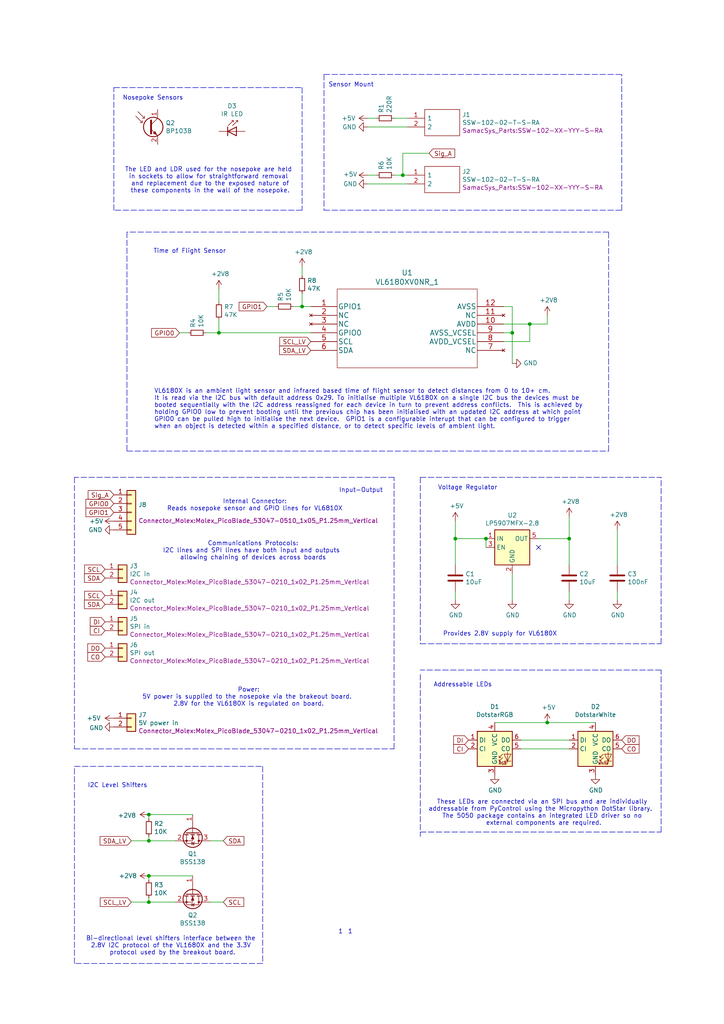
<source format=kicad_sch>
(kicad_sch (version 20231120) (generator "eeschema") (generator_version "8.0")
  (paper "A4" portrait)
  (title_block (title "Nosepoke board") (date "2024-06-29") (company "University of Bristol") (comment 1 "Design by: Daniel Titheradge") (comment 3 "with addressable LEDs, TOF sensing and ambient light sensing") (comment 4 "A PyControl compatible Nosepoke board"))
  (lib_symbols
    (symbol "Connector_Generic:Conn_01x02" (pin_names (offset 1.016) hide)
      (property "Reference" "J" (at 0 2.54 0))
      (property "Value" "Conn_01x02" (at 0 -5.08 0))
      (symbol "Conn_01x02_1_1"
        (rectangle (start -1.27 -2.413) (end 0 -2.667) (stroke (width 0.1524)))
        (rectangle (start -1.27 0.127) (end 0 -0.127) (stroke (width 0.1524)))
        (rectangle (start -1.27 1.27) (end 1.27 -3.81) (stroke (width 0.254)) (fill (type background)))
        (pin passive line (at -5.08 0 0) (length 3.81) (name "Pin_1") (number "1"))
        (pin passive line (at -5.08 -2.54 0) (length 3.81) (name "Pin_2") (number "2"))
      )
    )
    (symbol "Connector_Generic:Conn_01x05" (pin_names (offset 1.016) hide)
      (property "Reference" "J" (at 0 7.62 0))
      (property "Value" "Conn_01x05" (at 0 -7.62 0))
      (symbol "Conn_01x05_1_1"
        (rectangle (start -1.27 -4.953) (end 0 -5.207) (stroke (width 0.1524)))
        (rectangle (start -1.27 -2.413) (end 0 -2.667) (stroke (width 0.1524)))
        (rectangle (start -1.27 0.127) (end 0 -0.127) (stroke (width 0.1524)))
        (rectangle (start -1.27 2.667) (end 0 2.413) (stroke (width 0.1524)))
        (rectangle (start -1.27 5.207) (end 0 4.953) (stroke (width 0.1524)))
        (rectangle (start -1.27 6.35) (end 1.27 -6.35) (stroke (width 0.254)) (fill (type background)))
        (pin passive line (at -5.08 5.08 0) (length 3.81) (name "Pin_1") (number "1"))
        (pin passive line (at -5.08 2.54 0) (length 3.81) (name "Pin_2") (number "2"))
        (pin passive line (at -5.08 0 0) (length 3.81) (name "Pin_3") (number "3"))
        (pin passive line (at -5.08 -2.54 0) (length 3.81) (name "Pin_4") (number "4"))
        (pin passive line (at -5.08 -5.08 0) (length 3.81) (name "Pin_5") (number "5"))
      )
    )
    (symbol "Device:C" (pin_numbers hide) (pin_names (offset 0.254))
      (property "Reference" "C" (at 0.635 2.54 0))
      (property "Value" "C" (at 0.635 -2.54 0))
      (symbol "C_0_1"
        (polyline (pts (xy -2.032 -0.762) (xy 2.032 -0.762)) (stroke (width 0.508)))
        (polyline (pts (xy -2.032 0.762) (xy 2.032 0.762)) (stroke (width 0.508)))
      )
      (symbol "C_1_1"
        (pin passive line (at 0 3.81 270) (length 2.794) (name "~") (number "1"))
        (pin passive line (at 0 -3.81 90) (length 2.794) (name "~") (number "2"))
      )
    )
    (symbol "Device:R_Small" (pin_numbers hide) (pin_names (offset 0.254) hide)
      (property "Reference" "R" (at 0.762 0.508 0))
      (property "Value" "R_Small" (at 0.762 -1.016 0))
      (symbol "R_Small_0_1"
        (rectangle (start -0.762 1.778) (end 0.762 -1.778) (stroke (width 0.2032)))
      )
      (symbol "R_Small_1_1"
        (pin passive line (at 0 2.54 270) (length 0.762) (name "~") (number "1"))
        (pin passive line (at 0 -2.54 90) (length 0.762) (name "~") (number "2"))
      )
    )
    (symbol "LED:SFH4356P" (pin_numbers hide) (pin_names (offset 1.016) hide)
      (property "Reference" "D" (at 0.508 1.778 0))
      (property "Value" "SFH4356P" (at -1.016 -2.794 0))
      (symbol "SFH4356P_0_1"
        (polyline (pts (xy -2.54 1.27) (xy -2.54 -1.27)) (stroke (width 0.254)))
        (polyline (pts (xy 0 0) (xy -2.54 0)))
        (polyline (pts (xy 0.381 3.175) (xy -0.127 3.175)))
        (polyline (pts (xy -1.143 1.651) (xy 0.381 3.175) (xy 0.381 2.667)))
        (polyline (pts (xy 0 1.27) (xy -2.54 0) (xy 0 -1.27) (xy 0 1.27)) (stroke (width 0.254)))
        (polyline (pts (xy -2.413 1.651) (xy -0.889 3.175) (xy -0.889 2.667) (xy -0.889 3.175) (xy -1.397 3.175)))
      )
      (symbol "SFH4356P_1_1"
        (pin passive line (at -5.08 0 0) (length 2.54) (name "K") (number "1"))
        (pin passive line (at 2.54 0 180) (length 2.54) (name "A") (number "2"))
      )
    )
    (symbol "NosePokeV1.0-rescue:+2V8-power" (power) (pin_names (offset 0))
      (property "Value" "power_+2V8" (at 0 3.556 0))
      (symbol "+2V8-power_0_1"
        (polyline (pts (xy -0.762 1.27) (xy 0 2.54)))
        (polyline (pts (xy 0 0) (xy 0 2.54)))
        (polyline (pts (xy 0 2.54) (xy 0.762 1.27)))
      )
      (symbol "+2V8-power_1_1"
        (pin power_in line (at 0 0 90) (length 0) hide (name "+2V8") (number "1"))
      )
    )
    (symbol "NosePokeV1.0-rescue:+5V-power" (power) (pin_names (offset 0))
      (property "Value" "power_+5V" (at 0 3.556 0))
      (symbol "+5V-power_0_1"
        (polyline (pts (xy -0.762 1.27) (xy 0 2.54)))
        (polyline (pts (xy 0 0) (xy 0 2.54)))
        (polyline (pts (xy 0 2.54) (xy 0.762 1.27)))
      )
      (symbol "+5V-power_1_1"
        (pin power_in line (at 0 0 90) (length 0) hide (name "+5V") (number "1"))
      )
    )
    (symbol "NosePokeV1.0-rescue:DotstarRGB-RatPub"
      (property "Reference" "D" (at 5.08 5.715 0))
      (property "Value" "RatPub_DotstarRGB" (at 1.27 -5.715 0))
      (symbol "DotstarRGB-RatPub_0_0"
        (text "RGB" (at 2.286 -4.191 0) (effects (font (size 0.762 0.762))))
      )
      (symbol "DotstarRGB-RatPub_0_1"
        (polyline (pts (xy 1.27 -3.556) (xy 1.778 -3.556)))
        (polyline (pts (xy 1.27 -2.54) (xy 1.778 -2.54)))
        (polyline (pts (xy 4.699 -3.556) (xy 2.667 -3.556)))
        (polyline (pts (xy 2.286 -2.54) (xy 1.27 -3.556) (xy 1.27 -3.048)))
        (polyline (pts (xy 2.286 -1.524) (xy 1.27 -2.54) (xy 1.27 -2.032)))
        (polyline (pts (xy 3.683 -1.016) (xy 3.683 -3.556) (xy 3.683 -4.064)))
        (polyline (pts (xy 4.699 -1.524) (xy 2.667 -1.524) (xy 3.683 -3.556) (xy 4.699 -1.524)))
        (rectangle (start 5.08 5.08) (end -5.08 -5.08) (stroke (width 0.254)) (fill (type background)))
      )
      (symbol "DotstarRGB-RatPub_1_1"
        (pin input line (at -7.62 2.54 0) (length 2.54) (name "DI") (number "1"))
        (pin input line (at -7.62 0 0) (length 2.54) (name "CI") (number "2"))
        (pin power_in line (at 0 -7.62 90) (length 2.54) (name "GND") (number "3"))
        (pin power_in line (at 0 7.62 270) (length 2.54) (name "VCC") (number "4"))
        (pin output line (at 7.62 0 180) (length 2.54) (name "CO") (number "5"))
        (pin output line (at 7.62 2.54 180) (length 2.54) (name "DO") (number "6"))
      )
    )
    (symbol "NosePokeV1.0-rescue:DotstarWhite-RatPub"
      (property "Reference" "D" (at 5.08 5.715 0))
      (property "Value" "RatPub_DotstarWhite" (at 1.27 -5.715 0))
      (symbol "DotstarWhite-RatPub_0_0"
        (text "White" (at 2.286 -4.191 0) (effects (font (size 0.762 0.762))))
      )
      (symbol "DotstarWhite-RatPub_0_1"
        (polyline (pts (xy 1.27 -3.556) (xy 1.778 -3.556)))
        (polyline (pts (xy 1.27 -2.54) (xy 1.778 -2.54)))
        (polyline (pts (xy 4.699 -3.556) (xy 2.667 -3.556)))
        (polyline (pts (xy 2.286 -2.54) (xy 1.27 -3.556) (xy 1.27 -3.048)))
        (polyline (pts (xy 2.286 -1.524) (xy 1.27 -2.54) (xy 1.27 -2.032)))
        (polyline (pts (xy 3.683 -1.016) (xy 3.683 -3.556) (xy 3.683 -4.064)))
        (polyline (pts (xy 4.699 -1.524) (xy 2.667 -1.524) (xy 3.683 -3.556) (xy 4.699 -1.524)))
        (rectangle (start 5.08 5.08) (end -5.08 -5.08) (stroke (width 0.254)) (fill (type background)))
      )
      (symbol "DotstarWhite-RatPub_1_1"
        (pin input line (at -7.62 2.54 0) (length 2.54) (name "DI") (number "1"))
        (pin input line (at -7.62 0 0) (length 2.54) (name "CI") (number "2"))
        (pin power_in line (at 0 -7.62 90) (length 2.54) (name "GND") (number "3"))
        (pin power_in line (at 0 7.62 270) (length 2.54) (name "VCC") (number "4"))
        (pin output line (at 7.62 0 180) (length 2.54) (name "CO") (number "5"))
        (pin output line (at 7.62 2.54 180) (length 2.54) (name "DO") (number "6"))
      )
    )
    (symbol "NosePokeV1.0-rescue:GND-power" (power) (pin_names (offset 0))
      (property "Value" "power_GND" (at 0 -3.81 0))
      (symbol "GND-power_0_1"
        (polyline (pts (xy 0 0) (xy 0 -1.27) (xy 1.27 -1.27) (xy 0 -2.54) (xy -1.27 -1.27) (xy 0 -1.27)))
      )
      (symbol "GND-power_1_1"
        (pin power_in line (at 0 0 270) (length 0) hide (name "GND") (number "1"))
      )
    )
    (symbol "NosePokeV1.0-rescue:SSW-102-02-T-S-RA-SamacSys_Parts" (pin_names (offset 0.762))
      (property "Reference" "J" (at 16.51 7.62 0))
      (property "Value" "SamacSys_Parts_SSW-102-02-T-S-RA" (at 16.51 5.08 0))
      (symbol "SSW-102-02-T-S-RA-SamacSys_Parts_0_0"
        (pin passive line (at 0 0 0) (length 5.08) (name "1") (number "1"))
        (pin passive line (at 0 -2.54 0) (length 5.08) (name "2") (number "2"))
      )
      (symbol "SSW-102-02-T-S-RA-SamacSys_Parts_0_1"
        (polyline (pts (xy 5.08 2.54) (xy 15.24 2.54) (xy 15.24 -5.08) (xy 5.08 -5.08) (xy 5.08 2.54)) (stroke (width 0.1524)))
      )
    )
    (symbol "NosePokeV1.0-rescue:VL6180XV0NR_1-2021-03-08_17-12-25" (pin_names (offset 0.254))
      (property "Reference" "U" (at 27.94 10.16 0))
      (property "Value" "2021-03-08_17-12-25_VL6180XV0NR_1" (at 27.94 7.62 0))
      (property "Footprint" "RatPub:VL6180XV0NR&slash_1" (at 27.94 6.096 0))
      (symbol "VL6180XV0NR_1-2021-03-08_17-12-25_1_1"
        (polyline (pts (xy 7.62 -17.78) (xy 48.26 -17.78)) (stroke (width 0.127)))
        (polyline (pts (xy 7.62 5.08) (xy 7.62 -17.78)) (stroke (width 0.127)))
        (polyline (pts (xy 48.26 -17.78) (xy 48.26 5.08)) (stroke (width 0.127)))
        (polyline (pts (xy 48.26 5.08) (xy 7.62 5.08)) (stroke (width 0.127)))
        (pin bidirectional line (at 0 0 0) (length 7.62) (name "GPIO1") (number "1"))
        (pin power_in line (at 55.88 -5.08 180) (length 7.62) (name "AVDD") (number "10"))
        (pin no_connect line (at 55.88 -2.54 180) (length 7.62) (name "NC") (number "11"))
        (pin power_in line (at 55.88 0 180) (length 7.62) (name "AVSS") (number "12"))
        (pin no_connect line (at 0 -2.54 0) (length 7.62) (name "NC") (number "2"))
        (pin no_connect line (at 0 -5.08 0) (length 7.62) (name "NC") (number "3"))
        (pin bidirectional line (at 0 -7.62 0) (length 7.62) (name "GPIO0") (number "4"))
        (pin input line (at 0 -10.16 0) (length 7.62) (name "SCL") (number "5"))
        (pin bidirectional line (at 0 -12.7 0) (length 7.62) (name "SDA") (number "6"))
        (pin no_connect line (at 55.88 -12.7 180) (length 7.62) (name "NC") (number "7"))
        (pin power_in line (at 55.88 -10.16 180) (length 7.62) (name "AVDD_VCSEL") (number "8"))
        (pin power_in line (at 55.88 -7.62 180) (length 7.62) (name "AVSS_VCSEL") (number "9"))
      )
    )
    (symbol "Regulator_Linear:LP5907MFX-2.8"
      (property "Reference" "U" (at -3.81 6.35 0))
      (property "Value" "LP5907MFX-2.8" (at 6.35 6.35 0))
      (symbol "LP5907MFX-2.8_0_1"
        (rectangle (start -5.08 -5.08) (end 5.08 5.08) (stroke (width 0.254)) (fill (type background)))
        (pin power_in line (at -7.62 2.54 0) (length 2.54) (name "IN") (number "1"))
        (pin power_in line (at 0 -7.62 90) (length 2.54) (name "GND") (number "2"))
        (pin input line (at -7.62 0 0) (length 2.54) (name "EN") (number "3"))
        (pin no_connect line (at 5.08 0 180) (length 2.54) hide (name "NC") (number "4"))
        (pin power_out line (at 7.62 2.54 180) (length 2.54) (name "OUT") (number "5"))
      )
    )
    (symbol "Sensor_Optical:BP103B" (pin_names (offset 0) hide)
      (property "Reference" "Q" (at 5.08 1.27 0))
      (property "Value" "BP103B" (at 5.08 -1.27 0))
      (symbol "BP103B_0_1"
        (polyline (pts (xy -1.905 1.27) (xy -2.54 1.27)))
        (polyline (pts (xy -1.27 2.54) (xy -1.905 2.54)))
        (polyline (pts (xy 0.635 0.635) (xy 2.54 2.54)))
        (polyline (pts (xy -3.81 3.175) (xy -1.905 1.27) (xy -1.905 1.905)))
        (polyline (pts (xy -3.175 4.445) (xy -1.27 2.54) (xy -1.27 3.175)))
        (polyline (pts (xy 0.635 -0.635) (xy 2.54 -2.54) (xy 2.54 -2.54)))
        (polyline (pts (xy 0.635 1.905) (xy 0.635 -1.905) (xy 0.635 -1.905)) (stroke (width 0.508)))
        (polyline (pts (xy 1.27 -1.778) (xy 1.778 -1.27) (xy 2.286 -2.286) (xy 1.27 -1.778) (xy 1.27 -1.778)) (fill (type outline)))
        (circle (center 1.27 0) (radius 2.8194) (stroke (width 0.254)))
      )
      (symbol "BP103B_1_1"
        (pin passive line (at 2.54 5.08 270) (length 2.54) (name "C") (number "1"))
        (pin passive line (at 2.54 -5.08 90) (length 2.54) (name "E") (number "2"))
      )
    )
    (symbol "Transistor_FET:BSS138" (pin_names hide)
      (property "Reference" "Q" (at 5.08 1.905 0))
      (property "Value" "BSS138" (at 5.08 0 0))
      (symbol "BSS138_0_1"
        (polyline (pts (xy 0.254 0) (xy -2.54 0)))
        (polyline (pts (xy 0.254 1.905) (xy 0.254 -1.905)) (stroke (width 0.254)))
        (polyline (pts (xy 0.762 -1.27) (xy 0.762 -2.286)) (stroke (width 0.254)))
        (polyline (pts (xy 0.762 0.508) (xy 0.762 -0.508)) (stroke (width 0.254)))
        (polyline (pts (xy 0.762 2.286) (xy 0.762 1.27)) (stroke (width 0.254)))
        (polyline (pts (xy 2.54 2.54) (xy 2.54 1.778)))
        (polyline (pts (xy 2.54 -2.54) (xy 2.54 0) (xy 0.762 0)))
        (polyline (pts (xy 0.762 -1.778) (xy 3.302 -1.778) (xy 3.302 1.778) (xy 0.762 1.778)))
        (polyline (pts (xy 1.016 0) (xy 2.032 0.381) (xy 2.032 -0.381) (xy 1.016 0)) (fill (type outline)))
        (polyline (pts (xy 2.794 0.508) (xy 2.921 0.381) (xy 3.683 0.381) (xy 3.81 0.254)))
        (polyline (pts (xy 3.302 0.381) (xy 2.921 -0.254) (xy 3.683 -0.254) (xy 3.302 0.381)))
        (circle (center 1.651 0) (radius 2.794) (stroke (width 0.254)))
        (circle (center 2.54 -1.778) (radius 0.254) (fill (type outline)))
        (circle (center 2.54 1.778) (radius 0.254) (fill (type outline)))
      )
      (symbol "BSS138_1_1"
        (pin input line (at -5.08 0 0) (length 2.54) (name "G") (number "1"))
        (pin passive line (at 2.54 -5.08 90) (length 2.54) (name "S") (number "2"))
        (pin passive line (at 2.54 5.08 270) (length 2.54) (name "D") (number "3"))
      )
    )
  )
  (junction (at 43.18 243.84))
  (junction (at 132.08 156.21))
  (junction (at 63.5 96.52))
  (junction (at 158.75 209.55))
  (junction (at 116.84 50.8))
  (junction (at 43.18 236.22))
  (junction (at 87.63 88.9))
  (junction (at 153.67 93.98))
  (junction (at 165.1 156.21))
  (junction (at 148.59 96.52))
  (junction (at 43.18 261.62))
  (junction (at 43.18 254))
  (junction (at 140.97 156.21))
  (no_connect (at 156.21 158.75))
  (wire (pts (xy 158.75 209.55) (xy 143.51 209.55)))
  (wire (pts (xy 151.13 217.17) (xy 165.1 217.17)))
  (wire (pts (xy 63.5 96.52) (xy 90.17 96.52)))
  (wire (pts (xy 153.67 99.06) (xy 146.05 99.06)))
  (polyline (pts (xy 93.98 21.59) (xy 180.34 21.59)) (stroke (width 0) (type dash)))
  (polyline (pts (xy 191.77 241.3) (xy 191.77 194.31)) (stroke (width 0) (type dash)))
  (wire (pts (xy 153.67 93.98) (xy 153.67 99.06)))
  (wire (pts (xy 118.11 53.34) (xy 106.68 53.34)))
  (wire (pts (xy 148.59 88.9) (xy 146.05 88.9)))
  (polyline (pts (xy 191.77 194.31) (xy 121.92 194.31)) (stroke (width 0) (type dash)))
  (polyline (pts (xy 76.2 222.25) (xy 76.2 279.4)) (stroke (width 0) (type dash)))
  (wire (pts (xy 77.47 88.9) (xy 80.01 88.9)))
  (polyline (pts (xy 76.2 279.4) (xy 21.59 279.4)) (stroke (width 0) (type dash)))
  (wire (pts (xy 38.1 261.62) (xy 43.18 261.62)))
  (polyline (pts (xy 21.59 217.17) (xy 114.3 217.17)) (stroke (width 0) (type dash)))
  (wire (pts (xy 158.75 209.55) (xy 172.72 209.55)))
  (wire (pts (xy 165.1 156.21) (xy 165.1 149.86)))
  (wire (pts (xy 132.08 156.21) (xy 140.97 156.21)))
  (wire (pts (xy 114.3 50.8) (xy 116.84 50.8)))
  (polyline (pts (xy 93.98 60.96) (xy 180.34 60.96)) (stroke (width 0) (type dash)))
  (wire (pts (xy 116.84 50.8) (xy 118.11 50.8)))
  (wire (pts (xy 179.07 153.67) (xy 179.07 163.83)))
  (wire (pts (xy 116.84 50.8) (xy 116.84 44.45)))
  (polyline (pts (xy 121.92 195.58) (xy 121.92 242.57)) (stroke (width 0) (type dash)))
  (polyline (pts (xy 87.63 60.96) (xy 33.02 60.96)) (stroke (width 0) (type dash)))
  (polyline (pts (xy 191.77 186.69) (xy 191.77 138.43)) (stroke (width 0) (type dash)))
  (wire (pts (xy 148.59 166.37) (xy 148.59 173.99)))
  (wire (pts (xy 43.18 255.27) (xy 43.18 254)))
  (polyline (pts (xy 121.92 186.69) (xy 191.77 186.69)) (stroke (width 0) (type dash)))
  (wire (pts (xy 55.88 236.22) (xy 43.18 236.22)))
  (polyline (pts (xy 33.02 25.4) (xy 87.63 25.4)) (stroke (width 0) (type dash)))
  (wire (pts (xy 87.63 80.01) (xy 87.63 77.47)))
  (wire (pts (xy 87.63 88.9) (xy 90.17 88.9)))
  (wire (pts (xy 146.05 96.52) (xy 148.59 96.52)))
  (wire (pts (xy 165.1 163.83) (xy 165.1 156.21)))
  (wire (pts (xy 158.75 93.98) (xy 158.75 91.44)))
  (polyline (pts (xy 121.92 138.43) (xy 121.92 186.69)) (stroke (width 0) (type dash)))
  (wire (pts (xy 132.08 171.45) (xy 132.08 173.99)))
  (wire (pts (xy 146.05 93.98) (xy 153.67 93.98)))
  (polyline (pts (xy 114.3 217.17) (xy 114.3 138.43)) (stroke (width 0) (type dash)))
  (wire (pts (xy 114.3 34.29) (xy 118.11 34.29)))
  (polyline (pts (xy 176.53 130.81) (xy 176.53 67.31)) (stroke (width 0) (type dash)))
  (wire (pts (xy 106.68 50.8) (xy 109.22 50.8)))
  (wire (pts (xy 52.07 96.52) (xy 54.61 96.52)))
  (wire (pts (xy 43.18 261.62) (xy 50.8 261.62)))
  (wire (pts (xy 60.96 243.84) (xy 64.77 243.84)))
  (polyline (pts (xy 93.98 21.59) (xy 93.98 60.96)) (stroke (width 0) (type dash)))
  (wire (pts (xy 153.67 93.98) (xy 158.75 93.98)))
  (wire (pts (xy 43.18 237.49) (xy 43.18 236.22)))
  (wire (pts (xy 60.96 261.62) (xy 64.77 261.62)))
  (polyline (pts (xy 176.53 67.31) (xy 36.83 67.31)) (stroke (width 0) (type dash)))
  (wire (pts (xy 106.68 36.83) (xy 118.11 36.83)))
  (polyline (pts (xy 121.92 241.3) (xy 191.77 241.3)) (stroke (width 0) (type dash)))
  (wire (pts (xy 55.88 254) (xy 43.18 254)))
  (wire (pts (xy 179.07 171.45) (xy 179.07 173.99)))
  (wire (pts (xy 116.84 44.45) (xy 124.46 44.45)))
  (wire (pts (xy 165.1 171.45) (xy 165.1 173.99)))
  (wire (pts (xy 132.08 156.21) (xy 132.08 151.13)))
  (wire (pts (xy 63.5 87.63) (xy 63.5 83.82)))
  (polyline (pts (xy 21.59 138.43) (xy 21.59 217.17)) (stroke (width 0) (type dash)))
  (wire (pts (xy 63.5 92.71) (xy 63.5 96.52)))
  (polyline (pts (xy 36.83 130.81) (xy 176.53 130.81)) (stroke (width 0) (type dash)))
  (polyline (pts (xy 121.92 138.43) (xy 191.77 138.43)) (stroke (width 0) (type dash)))
  (polyline (pts (xy 87.63 25.4) (xy 87.63 60.96)) (stroke (width 0) (type dash)))
  (wire (pts (xy 87.63 88.9) (xy 87.63 85.09)))
  (wire (pts (xy 38.1 243.84) (xy 43.18 243.84)))
  (wire (pts (xy 148.59 96.52) (xy 148.59 105.41)))
  (wire (pts (xy 85.09 88.9) (xy 87.63 88.9)))
  (wire (pts (xy 140.97 158.75) (xy 140.97 156.21)))
  (wire (pts (xy 156.21 156.21) (xy 165.1 156.21)))
  (wire (pts (xy 148.59 96.52) (xy 148.59 88.9)))
  (wire (pts (xy 43.18 243.84) (xy 50.8 243.84)))
  (polyline (pts (xy 180.34 60.96) (xy 180.34 21.59)) (stroke (width 0) (type dash)))
  (wire (pts (xy 151.13 214.63) (xy 165.1 214.63)))
  (wire (pts (xy 132.08 163.83) (xy 132.08 156.21)))
  (wire (pts (xy 43.18 261.62) (xy 43.18 260.35)))
  (polyline (pts (xy 36.83 67.31) (xy 36.83 130.81)) (stroke (width 0) (type dash)))
  (polyline (pts (xy 33.02 60.96) (xy 33.02 25.4)) (stroke (width 0) (type dash)))
  (polyline (pts (xy 114.3 138.43) (xy 21.59 138.43)) (stroke (width 0) (type dash)))
  (wire (pts (xy 59.69 96.52) (xy 63.5 96.52)))
  (polyline (pts (xy 21.59 222.25) (xy 76.2 222.25)) (stroke (width 0) (type dash)))
  (wire (pts (xy 43.18 243.84) (xy 43.18 242.57)))
  (polyline (pts (xy 21.59 279.4) (xy 21.59 222.25)) (stroke (width 0) (type dash)))
  (wire (pts (xy 106.68 34.29) (xy 109.22 34.29)))
  (text "Sensor Mount" (at 95.25 25.4 0) (effects (font (size 1.27 1.27)) (justify left bottom)))
  (text "Internal Connector:\nReads nosepoke sensor and GPIO lines for VL6810X" (at 73.914 146.558 0) (effects (font (size 1.27 1.27))))
  (text "Input-Output" (at 98.298 143.002 0) (effects (font (size 1.27 1.27)) (justify left bottom)))
  (text "The LED and LDR used for the nosepoke are held \nin sockets to allow for straightforward removal \nand replacement due to the exposed nature of\nthese components in the wall of the nosepoke." (at 60.96 52.324 0) (effects (font (size 1.27 1.27))))
  (text "1" (at 98.806 270.256 0) (effects (font (size 1.27 1.27))))
  (text "I2C Level Shifters" (at 25.4 228.6 0) (effects (font (size 1.27 1.27)) (justify left bottom)))
  (text "Addressable LEDs" (at 125.73 199.39 0) (effects (font (size 1.27 1.27)) (justify left bottom)))
  (text "These LEDs are connected via an SPI bus and are individually \naddressable from PyControl using the Micropython DotStar library.  \nThe 5050 package contains an integrated LED driver so no \nexternal components are required." (at 157.734 235.712 0) (effects (font (size 1.27 1.27))))
  (text "Time of Flight Sensor" (at 44.45 73.66 0) (effects (font (size 1.27 1.27)) (justify left bottom)))
  (text "Provides 2.8V supply for VL6180X" (at 145.034 183.896 0) (effects (font (size 1.27 1.27))))
  (text "Voltage Regulator" (at 127 142.24 0) (effects (font (size 1.27 1.27)) (justify left bottom)))
  (text "Nosepoke Sensors" (at 35.56 29.21 0) (effects (font (size 1.27 1.27)) (justify left bottom)))
  (text "Bi-directional level shifters interface between the \n2.8V I2C protocol of the VL1680X and the 3.3V \nprotocol used by the breakout board." (at 50.038 274.32 0) (effects (font (size 1.27 1.27))))
  (text "Power:\n5V power is supplied to the nosepoke via the brakeout board. \n2.8V for the VL6180X is regulated on board." (at 72.136 202.184 0) (effects (font (size 1.27 1.27))))
  (text "Communications Protocols:\nI2C lines and SPI lines have both input and outputs \nallowing chaining of devices across boards" (at 73.406 159.766 0) (effects (font (size 1.27 1.27))))
  (text "1" (at 101.6 270.256 0) (effects (font (size 1.27 1.27))))
  (text "VL6180X is an ambient light sensor and infrared based time of flight sensor to detect distances from 0 to 10+ cm.\nIt is read via the I2C bus with default address 0x29. To initialise multiple VL6180X on a single I2C bus the devices must be \nbooted sequentially with the I2C address reassigned for each device in turn to prevent address conflicts.  This is achieved by \nholding GPIO0 low to prevent booting until the previous chip has been initialised with an updated I2C address at which point \nGPIO0 can be pulled high to initialise the next device.  GPIO1 is a configurable interupt that can be configured to trigger \nwhen an object is detected within a specified distance, or to detect specific levels of ambient light. " (at 44.704 118.618 0) (effects (font (size 1.27 1.27)) (justify left)))
  (global_label "SCL" (shape input) (at 30.48 165.1 180) (property "Intersheetrefs" "${INTERSHEET_REFS}" (effects (hide yes))))
  (global_label "GPIO0" (shape input) (at 52.07 96.52 180) (property "Intersheetrefs" "${INTERSHEET_REFS}" (effects (hide yes))))
  (global_label "SCL" (shape input) (at 30.48 172.72 180) (property "Intersheetrefs" "${INTERSHEET_REFS}" (effects (hide yes))))
  (global_label "SDA" (shape input) (at 30.48 175.26 180) (property "Intersheetrefs" "${INTERSHEET_REFS}" (effects (hide yes))))
  (global_label "SCL_LV" (shape input) (at 38.1 261.62 180) (property "Intersheetrefs" "${INTERSHEET_REFS}" (effects (hide yes))))
  (global_label "SDA" (shape input) (at 64.77 243.84 0) (property "Intersheetrefs" "${INTERSHEET_REFS}" (effects (hide yes))))
  (global_label "Sig_A" (shape input) (at 33.02 143.51 180) (property "Intersheetrefs" "${INTERSHEET_REFS}" (effects (hide yes))))
  (global_label "SDA_LV" (shape input) (at 90.17 101.6 180) (property "Intersheetrefs" "${INTERSHEET_REFS}" (effects (hide yes))))
  (global_label "CI" (shape input) (at 30.48 182.88 180) (property "Intersheetrefs" "${INTERSHEET_REFS}" (effects (hide yes))))
  (global_label "CO" (shape input) (at 30.48 190.5 180) (property "Intersheetrefs" "${INTERSHEET_REFS}" (effects (hide yes))))
  (global_label "SDA" (shape input) (at 30.48 167.64 180) (property "Intersheetrefs" "${INTERSHEET_REFS}" (effects (hide yes))))
  (global_label "GPIO1" (shape input) (at 77.47 88.9 180) (property "Intersheetrefs" "${INTERSHEET_REFS}" (effects (hide yes))))
  (global_label "SCL" (shape input) (at 64.77 261.62 0) (property "Intersheetrefs" "${INTERSHEET_REFS}" (effects (hide yes))))
  (global_label "GPIO0" (shape input) (at 33.02 146.05 180) (property "Intersheetrefs" "${INTERSHEET_REFS}" (effects (hide yes))))
  (global_label "DO" (shape input) (at 180.34 214.63 0) (property "Intersheetrefs" "${INTERSHEET_REFS}" (effects (hide yes))))
  (global_label "Sig_A" (shape input) (at 124.46 44.45 0) (property "Intersheetrefs" "${INTERSHEET_REFS}" (effects (hide yes))))
  (global_label "GPIO1" (shape input) (at 33.02 148.59 180) (property "Intersheetrefs" "${INTERSHEET_REFS}" (effects (hide yes))))
  (global_label "CI" (shape input) (at 135.89 217.17 180) (property "Intersheetrefs" "${INTERSHEET_REFS}" (effects (hide yes))))
  (global_label "DO" (shape input) (at 30.48 187.96 180) (property "Intersheetrefs" "${INTERSHEET_REFS}" (effects (hide yes))))
  (global_label "SDA_LV" (shape input) (at 38.1 243.84 180) (property "Intersheetrefs" "${INTERSHEET_REFS}" (effects (hide yes))))
  (global_label "CO" (shape input) (at 180.34 217.17 0) (property "Intersheetrefs" "${INTERSHEET_REFS}" (effects (hide yes))))
  (global_label "DI" (shape input) (at 30.48 180.34 180) (property "Intersheetrefs" "${INTERSHEET_REFS}" (effects (hide yes))))
  (global_label "DI" (shape input) (at 135.89 214.63 180) (property "Intersheetrefs" "${INTERSHEET_REFS}" (effects (hide yes))))
  (global_label "SCL_LV" (shape input) (at 90.17 99.06 180) (property "Intersheetrefs" "${INTERSHEET_REFS}" (effects (hide yes))))
  (symbol (lib_id "Device:R_Small") (at 111.76 50.8 90) (unit 1)
    (property "Reference" "R6" (at 110.5916 49.3014 0) (effects (justify left)))
    (property "Value" "10K" (at 112.903 49.3014 0) (effects (justify left)))
    (property "Footprint" "Resistor_SMD:R_0603_1608Metric" (effects (hide yes)))
  )
  (symbol (lib_id "Device:R_Small") (at 43.18 257.81 0) (unit 1)
    (property "Reference" "R3" (at 44.6786 256.6416 0) (effects (justify left)))
    (property "Value" "10K" (at 44.6786 258.953 0) (effects (justify left)))
    (property "Footprint" "Resistor_SMD:R_0603_1608Metric" (effects (hide yes)))
  )
  (symbol (lib_id "LED:SFH4356P") (at 68.58 38.1 0) (unit 1)
    (property "Reference" "D3" (at 67.31 30.734 0))
    (property "Value" "IR LED" (at 67.31 33.0454 0))
    (property "Footprint" "LED_THT:LED_D3.0mm_IRBlack" (effects (hide yes)))
    (property "Datasheet" "http://www.osram-os.com/Graphics/XPic5/00181708_0.pdf" (effects (hide yes)))
  )
  (symbol (lib_id "NosePokeV1.0-rescue:DotstarRGB-RatPub") (at 143.51 217.17 0) (unit 1)
    (property "Reference" "D1" (at 143.51 204.9526 0))
    (property "Value" "DotstarRGB" (at 143.51 207.264 0))
    (property "Footprint" "LED_SMD:LED_RGB_5050-6" (effects (hide yes)))
  )
  (symbol (lib_id "NosePokeV1.0-rescue:DotstarWhite-RatPub") (at 172.72 217.17 0) (unit 1)
    (property "Reference" "D2" (at 172.72 204.9526 0))
    (property "Value" "DotstarWhite" (at 172.72 207.264 0))
    (property "Footprint" "LED_SMD:LED_RGB_5050-6" (effects (hide yes)))
  )
  (symbol (lib_id "Sensor_Optical:BP103B") (at 43.18 36.83 0) (unit 1)
    (property "Reference" "Q2" (at 48.0314 35.6616 0) (effects (justify left)))
    (property "Value" "BP103B" (at 48.0314 37.973 0) (effects (justify left)))
    (property "Footprint" "LED_THT:LED_D5.0mm_Clear" (effects (hide yes)))
    (property "Datasheet" "http://www.b-kainka.de/Daten/Sensor/bp103bf.pdf" (effects (hide yes)))
  )
  (symbol (lib_id "NosePokeV1.0-rescue:VL6180XV0NR_1-2021-03-08_17-12-25") (at 90.17 88.9 0) (unit 1)
    (property "Reference" "U1" (at 118.11 79.0956 0) (effects (font (size 1.524 1.524))))
    (property "Value" "VL6180XV0NR_1" (at 118.11 81.788 0) (effects (font (size 1.524 1.524))))
    (property "Footprint" "VL6180XV0NR" (effects (hide yes)))
  )
  (symbol (lib_id "NosePokeV1.0-rescue:SSW-102-02-T-S-RA-SamacSys_Parts") (at 118.11 34.29 0) (unit 1)
    (property "Reference" "J1" (at 134.0612 33.2486 0) (effects (justify left)))
    (property "Value" "SSW-102-02-T-S-RA" (at 134.0612 35.56 0) (effects (justify left)))
    (property "Footprint" "SamacSys_Parts:SSW-102-XX-YYY-S-RA" (at 134.0612 37.8714 0) (effects (justify left)))
    (property "Datasheet" "http://suddendocs.samtec.com/prints/ssw-1xx-xx-xxx-x-xx-xxx-xx-mkt.pdf" (effects (hide yes)))
    (property "Description" "2 Position, Tiger Buy&trade; Socket Strip with PCB Tails, 0.100&quot; Pitch" (effects (hide yes)))
    (property "Mouser Part Number" "200-SSW10202TSRA" (effects (hide yes)))
    (property "Mouser Price/Stock" "https://www.mouser.co.uk/ProductDetail/Samtec/SSW-102-02-T-S-RA/?qs=rU5fayqh%252BE2%252Be7iYuUJhhw%3D%3D" (effects (hide yes)))
    (property "Manufacturer_Name" "SAMTEC" (effects (hide yes)))
    (property "Manufacturer_Part_Number" "SSW-102-02-T-S-RA" (effects (hide yes)))
  )
  (symbol (lib_id "Device:R_Small") (at 111.76 34.29 90) (unit 1)
    (property "Reference" "R1" (at 110.5916 32.7914 0) (effects (justify left)))
    (property "Value" "220R" (at 112.903 32.7914 0) (effects (justify left)))
    (property "Footprint" "Resistor_SMD:R_0603_1608Metric" (effects (hide yes)))
  )
  (symbol (lib_id "NosePokeV1.0-rescue:SSW-102-02-T-S-RA-SamacSys_Parts") (at 118.11 50.8 0) (unit 1)
    (property "Reference" "J2" (at 134.0612 49.7586 0) (effects (justify left)))
    (property "Value" "SSW-102-02-T-S-RA" (at 134.0612 52.07 0) (effects (justify left)))
    (property "Footprint" "SamacSys_Parts:SSW-102-XX-YYY-S-RA" (at 134.0612 54.3814 0) (effects (justify left)))
    (property "Datasheet" "http://suddendocs.samtec.com/prints/ssw-1xx-xx-xxx-x-xx-xxx-xx-mkt.pdf" (effects (hide yes)))
    (property "Description" "2 Position, Tiger Buy&trade; Socket Strip with PCB Tails, 0.100&quot; Pitch" (effects (hide yes)))
    (property "Mouser Part Number" "200-SSW10202TSRA" (effects (hide yes)))
    (property "Mouser Price/Stock" "https://www.mouser.co.uk/ProductDetail/Samtec/SSW-102-02-T-S-RA/?qs=rU5fayqh%252BE2%252Be7iYuUJhhw%3D%3D" (effects (hide yes)))
    (property "Manufacturer_Name" "SAMTEC" (effects (hide yes)))
    (property "Manufacturer_Part_Number" "SSW-102-02-T-S-RA" (effects (hide yes)))
  )
  (symbol (lib_id "Connector_Generic:Conn_01x02") (at 35.56 180.34 0) (unit 1)
    (property "Reference" "J5" (at 37.592 179.4002 0) (effects (justify left)))
    (property "Value" "SPI in" (at 37.592 181.7116 0) (effects (justify left)))
    (property "Footprint" "Connector_Molex:Molex_PicoBlade_53047-0210_1x02_P1.25mm_Vertical" (at 37.592 184.023 0) (effects (justify left)))
  )
  (symbol (lib_id "Connector_Generic:Conn_01x02") (at 38.1 208.28 0) (unit 1)
    (property "Reference" "J7" (at 40.132 207.3402 0) (effects (justify left)))
    (property "Value" "5V power in" (at 40.132 209.6516 0) (effects (justify left)))
    (property "Footprint" "Connector_Molex:Molex_PicoBlade_53047-0210_1x02_P1.25mm_Vertical" (at 40.132 211.963 0) (effects (justify left)))
  )
  (symbol (lib_id "Connector_Generic:Conn_01x02") (at 35.56 165.1 0) (unit 1)
    (property "Reference" "J3" (at 37.592 164.1602 0) (effects (justify left)))
    (property "Value" "I2C in" (at 37.592 166.4716 0) (effects (justify left)))
    (property "Footprint" "Connector_Molex:Molex_PicoBlade_53047-0210_1x02_P1.25mm_Vertical" (at 37.592 168.783 0) (effects (justify left)))
  )
  (symbol (lib_id "Connector_Generic:Conn_01x02") (at 35.56 187.96 0) (unit 1)
    (property "Reference" "J6" (at 37.592 187.0202 0) (effects (justify left)))
    (property "Value" "SPI out" (at 37.592 189.3316 0) (effects (justify left)))
    (property "Footprint" "Connector_Molex:Molex_PicoBlade_53047-0210_1x02_P1.25mm_Vertical" (at 37.592 191.643 0) (effects (justify left)))
  )
  (symbol (lib_id "Transistor_FET:BSS138") (at 55.88 259.08 270) (unit 1)
    (property "Reference" "Q2" (at 55.88 265.4046 90))
    (property "Value" "BSS138" (at 55.88 267.716 90))
    (property "Footprint" "Package_TO_SOT_SMD:SOT-23" (effects (hide yes)))
    (property "Datasheet" "https://www.onsemi.com/pub/Collateral/BSS138-D.PDF" (effects (hide yes)))
  )
  (symbol (lib_id "Device:R_Small") (at 87.63 82.55 0) (unit 1)
    (property "Reference" "R8" (at 89.1286 81.3816 0) (effects (justify left)))
    (property "Value" "47K" (at 89.1286 83.693 0) (effects (justify left)))
    (property "Footprint" "Resistor_SMD:R_0603_1608Metric" (effects (hide yes)))
  )
  (symbol (lib_id "Device:R_Small") (at 82.55 88.9 90) (unit 1)
    (property "Reference" "R5" (at 81.3816 87.4014 0) (effects (justify left)))
    (property "Value" "10K" (at 83.693 87.4014 0) (effects (justify left)))
    (property "Footprint" "Resistor_SMD:R_0603_1608Metric" (effects (hide yes)))
  )
  (symbol (lib_id "Device:C") (at 165.1 167.64 0) (unit 1)
    (property "Reference" "C2" (at 168.021 166.4716 0) (effects (justify left)))
    (property "Value" "10uF" (at 168.021 168.783 0) (effects (justify left)))
    (property "Footprint" "Capacitor_SMD:C_0603_1608Metric" (effects (hide yes)))
  )
  (symbol (lib_id "Device:C") (at 179.07 167.64 0) (unit 1)
    (property "Reference" "C3" (at 181.991 166.4716 0) (effects (justify left)))
    (property "Value" "100nF" (at 181.991 168.783 0) (effects (justify left)))
    (property "Footprint" "Capacitor_SMD:C_0603_1608Metric" (effects (hide yes)))
  )
  (symbol (lib_id "NosePokeV1.0-rescue:+5V-power") (at 33.02 208.28 90) (unit 1)
    (property "Reference" "#PWR0101" (effects (hide yes)))
    (property "Value" "+5V" (at 27.178 208.28 90))
  )
  (symbol (lib_id "NosePokeV1.0-rescue:GND-power") (at 33.02 210.82 270) (unit 1)
    (property "Reference" "#PWR0102" (effects (hide yes)))
    (property "Value" "GND" (at 27.94 211.074 90))
  )
  (symbol (lib_id "NosePokeV1.0-rescue:+5V-power") (at 132.08 151.13 0) (unit 1)
    (property "Reference" "#PWR0103" (effects (hide yes)))
    (property "Value" "+5V" (at 132.461 146.7358 0))
  )
  (symbol (lib_id "NosePokeV1.0-rescue:GND-power") (at 148.59 173.99 0) (unit 1)
    (property "Reference" "#PWR0104" (effects (hide yes)))
    (property "Value" "GND" (at 148.717 178.3842 0))
  )
  (symbol (lib_id "NosePokeV1.0-rescue:+2V8-power") (at 165.1 149.86 0) (unit 1)
    (property "Reference" "#PWR0105" (effects (hide yes)))
    (property "Value" "+2V8" (at 165.481 145.4658 0))
  )
  (symbol (lib_id "NosePokeV1.0-rescue:GND-power") (at 132.08 173.99 0) (unit 1)
    (property "Reference" "#PWR0106" (effects (hide yes)))
    (property "Value" "GND" (at 132.207 178.3842 0))
  )
  (symbol (lib_id "NosePokeV1.0-rescue:+5V-power") (at 158.75 209.55 0) (unit 1)
    (property "Reference" "#PWR0108" (effects (hide yes)))
    (property "Value" "+5V" (at 159.131 205.1558 0))
  )
  (symbol (lib_id "NosePokeV1.0-rescue:GND-power") (at 143.51 224.79 0) (unit 1)
    (property "Reference" "#PWR0109" (effects (hide yes)))
    (property "Value" "GND" (at 143.637 229.1842 0))
  )
  (symbol (lib_id "NosePokeV1.0-rescue:GND-power") (at 172.72 224.79 0) (unit 1)
    (property "Reference" "#PWR0110" (effects (hide yes)))
    (property "Value" "GND" (at 172.847 229.1842 0))
  )
  (symbol (lib_id "NosePokeV1.0-rescue:+2V8-power") (at 158.75 91.44 0) (unit 1)
    (property "Reference" "#PWR0111" (effects (hide yes)))
    (property "Value" "+2V8" (at 159.131 87.0458 0))
  )
  (symbol (lib_id "NosePokeV1.0-rescue:GND-power") (at 148.59 105.41 90) (unit 1)
    (property "Reference" "#PWR0112" (effects (hide yes)))
    (property "Value" "GND" (at 151.8412 105.283 90) (effects (justify right)))
  )
  (symbol (lib_id "NosePokeV1.0-rescue:+2V8-power") (at 43.18 254 90) (unit 1)
    (property "Reference" "#PWR0113" (effects (hide yes)))
    (property "Value" "+2V8" (at 37.084 254 90))
  )
  (symbol (lib_id "Device:R_Small") (at 43.18 240.03 0) (unit 1)
    (property "Reference" "R2" (at 44.6786 238.8616 0) (effects (justify left)))
    (property "Value" "10K" (at 44.6786 241.173 0) (effects (justify left)))
    (property "Footprint" "Resistor_SMD:R_0603_1608Metric" (effects (hide yes)))
  )
  (symbol (lib_id "Transistor_FET:BSS138") (at 55.88 241.3 270) (unit 1)
    (property "Reference" "Q1" (at 55.88 247.6246 90))
    (property "Value" "BSS138" (at 55.88 249.936 90))
    (property "Footprint" "Package_TO_SOT_SMD:SOT-23" (effects (hide yes)))
    (property "Datasheet" "https://www.onsemi.com/pub/Collateral/BSS138-D.PDF" (effects (hide yes)))
  )
  (symbol (lib_id "NosePokeV1.0-rescue:+2V8-power") (at 43.18 236.22 90) (unit 1)
    (property "Reference" "#PWR0114" (effects (hide yes)))
    (property "Value" "+2V8" (at 36.83 236.474 90))
  )
  (symbol (lib_id "Connector_Generic:Conn_01x02") (at 35.56 172.72 0) (unit 1)
    (property "Reference" "J4" (at 37.592 171.7802 0) (effects (justify left)))
    (property "Value" "I2C out" (at 37.592 174.0916 0) (effects (justify left)))
    (property "Footprint" "Connector_Molex:Molex_PicoBlade_53047-0210_1x02_P1.25mm_Vertical" (at 37.592 176.403 0) (effects (justify left)))
  )
  (symbol (lib_id "NosePokeV1.0-rescue:+5V-power") (at 106.68 34.29 90) (unit 1)
    (property "Reference" "#PWR0115" (effects (hide yes)))
    (property "Value" "+5V" (at 101.092 34.29 90))
  )
  (symbol (lib_id "NosePokeV1.0-rescue:GND-power") (at 106.68 36.83 270) (unit 1)
    (property "Reference" "#PWR0116" (effects (hide yes)))
    (property "Value" "GND" (at 101.346 36.83 90))
  )
  (symbol (lib_id "NosePokeV1.0-rescue:+5V-power") (at 106.68 50.8 90) (unit 1)
    (property "Reference" "#PWR0117" (effects (hide yes)))
    (property "Value" "+5V" (at 101.6 50.546 90))
  )
  (symbol (lib_id "NosePokeV1.0-rescue:GND-power") (at 106.68 53.34 270) (unit 1)
    (property "Reference" "#PWR0118" (effects (hide yes)))
    (property "Value" "GND" (at 101.6 53.34 90))
  )
  (symbol (lib_id "NosePokeV1.0-rescue:GND-power") (at 165.1 173.99 0) (unit 1)
    (property "Reference" "#PWR0121" (effects (hide yes)))
    (property "Value" "GND" (at 165.227 178.3842 0))
  )
  (symbol (lib_id "NosePokeV1.0-rescue:+2V8-power") (at 87.63 77.47 0) (unit 1)
    (property "Reference" "#PWR0119" (effects (hide yes)))
    (property "Value" "+2V8" (at 88.011 73.0758 0))
  )
  (symbol (lib_id "Device:R_Small") (at 63.5 90.17 0) (unit 1)
    (property "Reference" "R7" (at 64.9986 89.0016 0) (effects (justify left)))
    (property "Value" "47K" (at 64.9986 91.313 0) (effects (justify left)))
    (property "Footprint" "Resistor_SMD:R_0603_1608Metric" (effects (hide yes)))
  )
  (symbol (lib_id "Device:R_Small") (at 57.15 96.52 90) (unit 1)
    (property "Reference" "R4" (at 55.9816 95.0214 0) (effects (justify left)))
    (property "Value" "10K" (at 58.293 95.0214 0) (effects (justify left)))
    (property "Footprint" "Resistor_SMD:R_0603_1608Metric" (effects (hide yes)))
  )
  (symbol (lib_id "NosePokeV1.0-rescue:+2V8-power") (at 63.5 83.82 0) (unit 1)
    (property "Reference" "#PWR0120" (effects (hide yes)))
    (property "Value" "+2V8" (at 63.881 79.4258 0))
  )
  (symbol (lib_id "Device:C") (at 132.08 167.64 0) (unit 1)
    (property "Reference" "C1" (at 135.001 166.4716 0) (effects (justify left)))
    (property "Value" "10uF" (at 135.001 168.783 0) (effects (justify left)))
    (property "Footprint" "Capacitor_SMD:C_0603_1608Metric" (effects (hide yes)))
  )
  (symbol (lib_id "NosePokeV1.0-rescue:+2V8-power") (at 179.07 153.67 0) (unit 1)
    (property "Reference" "#PWR0122" (effects (hide yes)))
    (property "Value" "+2V8" (at 179.451 149.2758 0))
  )
  (symbol (lib_id "NosePokeV1.0-rescue:GND-power") (at 179.07 173.99 0) (unit 1)
    (property "Reference" "#PWR0123" (effects (hide yes)))
    (property "Value" "GND" (at 179.197 178.3842 0))
  )
  (symbol (lib_id "Regulator_Linear:LP5907MFX-2.8") (at 148.59 158.75 0) (unit 1)
    (property "Reference" "U2" (at 148.59 149.4282 0))
    (property "Value" "LP5907MFX-2.8" (at 148.59 151.7396 0))
    (property "Footprint" "Package_TO_SOT_SMD:SOT-23-5" (effects (hide yes)))
    (property "Datasheet" "http://www.ti.com/lit/ds/symlink/lp5907.pdf" (effects (hide yes)))
  )
  (symbol (lib_id "Connector_Generic:Conn_01x05") (at 38.1 148.59 0) (unit 1)
    (property "Reference" "J8" (at 40.132 146.3802 0) (effects (justify left)))
    (property "Value" "Conn_01x03" (effects (hide yes)))
    (property "Footprint" "Connector_Molex:Molex_PicoBlade_53047-0510_1x05_P1.25mm_Vertical" (at 40.132 151.003 0) (effects (justify left)))
  )
  (symbol (lib_id "NosePokeV1.0-rescue:+5V-power") (at 33.02 151.13 90) (unit 1)
    (property "Reference" "#PWR0107" (effects (hide yes)))
    (property "Value" "+5V" (at 27.94 151.13 90))
  )
  (symbol (lib_id "NosePokeV1.0-rescue:GND-power") (at 33.02 153.67 270) (unit 1)
    (property "Reference" "#PWR0124" (effects (hide yes)))
    (property "Value" "GND" (at 27.686 153.67 90))
  )
)
</source>
